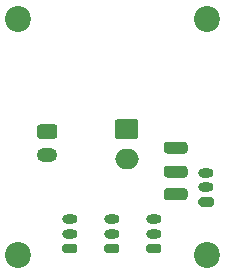
<source format=gbr>
%TF.GenerationSoftware,KiCad,Pcbnew,(5.1.9)-1*%
%TF.CreationDate,2021-08-13T00:41:12+01:00*%
%TF.ProjectId,heli-servo-board,68656c69-2d73-4657-9276-6f2d626f6172,rev?*%
%TF.SameCoordinates,Original*%
%TF.FileFunction,Soldermask,Top*%
%TF.FilePolarity,Negative*%
%FSLAX46Y46*%
G04 Gerber Fmt 4.6, Leading zero omitted, Abs format (unit mm)*
G04 Created by KiCad (PCBNEW (5.1.9)-1) date 2021-08-13 00:41:12*
%MOMM*%
%LPD*%
G01*
G04 APERTURE LIST*
%ADD10O,1.750000X1.200000*%
%ADD11O,1.300000X0.800000*%
%ADD12O,2.000000X1.700000*%
%ADD13C,2.200000*%
G04 APERTURE END LIST*
D10*
%TO.C,REF\u002A\u002A*%
X162433000Y-153511000D03*
G36*
G01*
X161807600Y-150911000D02*
X163058400Y-150911000D01*
G75*
G02*
X163308000Y-151160600I0J-249600D01*
G01*
X163308000Y-151861400D01*
G75*
G02*
X163058400Y-152111000I-249600J0D01*
G01*
X161807600Y-152111000D01*
G75*
G02*
X161558000Y-151861400I0J249600D01*
G01*
X161558000Y-151160600D01*
G75*
G02*
X161807600Y-150911000I249600J0D01*
G01*
G37*
%TD*%
D11*
%TO.C,J1*%
X175895000Y-154980000D03*
X175895000Y-156230000D03*
G36*
G01*
X176345000Y-157880000D02*
X175445000Y-157880000D01*
G75*
G02*
X175245000Y-157680000I0J200000D01*
G01*
X175245000Y-157280000D01*
G75*
G02*
X175445000Y-157080000I200000J0D01*
G01*
X176345000Y-157080000D01*
G75*
G02*
X176545000Y-157280000I0J-200000D01*
G01*
X176545000Y-157680000D01*
G75*
G02*
X176345000Y-157880000I-200000J0D01*
G01*
G37*
%TD*%
%TO.C,J4*%
X171450000Y-158917000D03*
X171450000Y-160167000D03*
G36*
G01*
X171900000Y-161817000D02*
X171000000Y-161817000D01*
G75*
G02*
X170800000Y-161617000I0J200000D01*
G01*
X170800000Y-161217000D01*
G75*
G02*
X171000000Y-161017000I200000J0D01*
G01*
X171900000Y-161017000D01*
G75*
G02*
X172100000Y-161217000I0J-200000D01*
G01*
X172100000Y-161617000D01*
G75*
G02*
X171900000Y-161817000I-200000J0D01*
G01*
G37*
%TD*%
%TO.C,J3*%
X167894000Y-158917000D03*
X167894000Y-160167000D03*
G36*
G01*
X168344000Y-161817000D02*
X167444000Y-161817000D01*
G75*
G02*
X167244000Y-161617000I0J200000D01*
G01*
X167244000Y-161217000D01*
G75*
G02*
X167444000Y-161017000I200000J0D01*
G01*
X168344000Y-161017000D01*
G75*
G02*
X168544000Y-161217000I0J-200000D01*
G01*
X168544000Y-161617000D01*
G75*
G02*
X168344000Y-161817000I-200000J0D01*
G01*
G37*
%TD*%
%TO.C,J2*%
X164338000Y-158917000D03*
X164338000Y-160167000D03*
G36*
G01*
X164788000Y-161817000D02*
X163888000Y-161817000D01*
G75*
G02*
X163688000Y-161617000I0J200000D01*
G01*
X163688000Y-161217000D01*
G75*
G02*
X163888000Y-161017000I200000J0D01*
G01*
X164788000Y-161017000D01*
G75*
G02*
X164988000Y-161217000I0J-200000D01*
G01*
X164988000Y-161617000D01*
G75*
G02*
X164788000Y-161817000I-200000J0D01*
G01*
G37*
%TD*%
D12*
%TO.C,J6*%
X169164000Y-153797000D03*
G36*
G01*
X168414000Y-150447000D02*
X169914000Y-150447000D01*
G75*
G02*
X170164000Y-150697000I0J-250000D01*
G01*
X170164000Y-151897000D01*
G75*
G02*
X169914000Y-152147000I-250000J0D01*
G01*
X168414000Y-152147000D01*
G75*
G02*
X168164000Y-151897000I0J250000D01*
G01*
X168164000Y-150697000D01*
G75*
G02*
X168414000Y-150447000I250000J0D01*
G01*
G37*
%TD*%
%TO.C,J9*%
G36*
G01*
X172572000Y-156314000D02*
X174072000Y-156314000D01*
G75*
G02*
X174322000Y-156564000I0J-250000D01*
G01*
X174322000Y-157064000D01*
G75*
G02*
X174072000Y-157314000I-250000J0D01*
G01*
X172572000Y-157314000D01*
G75*
G02*
X172322000Y-157064000I0J250000D01*
G01*
X172322000Y-156564000D01*
G75*
G02*
X172572000Y-156314000I250000J0D01*
G01*
G37*
%TD*%
%TO.C,J8*%
G36*
G01*
X172572000Y-154409000D02*
X174072000Y-154409000D01*
G75*
G02*
X174322000Y-154659000I0J-250000D01*
G01*
X174322000Y-155159000D01*
G75*
G02*
X174072000Y-155409000I-250000J0D01*
G01*
X172572000Y-155409000D01*
G75*
G02*
X172322000Y-155159000I0J250000D01*
G01*
X172322000Y-154659000D01*
G75*
G02*
X172572000Y-154409000I250000J0D01*
G01*
G37*
%TD*%
%TO.C,J7*%
G36*
G01*
X172572000Y-152377000D02*
X174072000Y-152377000D01*
G75*
G02*
X174322000Y-152627000I0J-250000D01*
G01*
X174322000Y-153127000D01*
G75*
G02*
X174072000Y-153377000I-250000J0D01*
G01*
X172572000Y-153377000D01*
G75*
G02*
X172322000Y-153127000I0J250000D01*
G01*
X172322000Y-152627000D01*
G75*
G02*
X172572000Y-152377000I250000J0D01*
G01*
G37*
%TD*%
D13*
%TO.C,H4*%
X176000000Y-162000000D03*
%TD*%
%TO.C,H3*%
X176000000Y-142000000D03*
%TD*%
%TO.C,H2*%
X160000000Y-162000000D03*
%TD*%
%TO.C,H1*%
X160000000Y-142000000D03*
%TD*%
M02*

</source>
